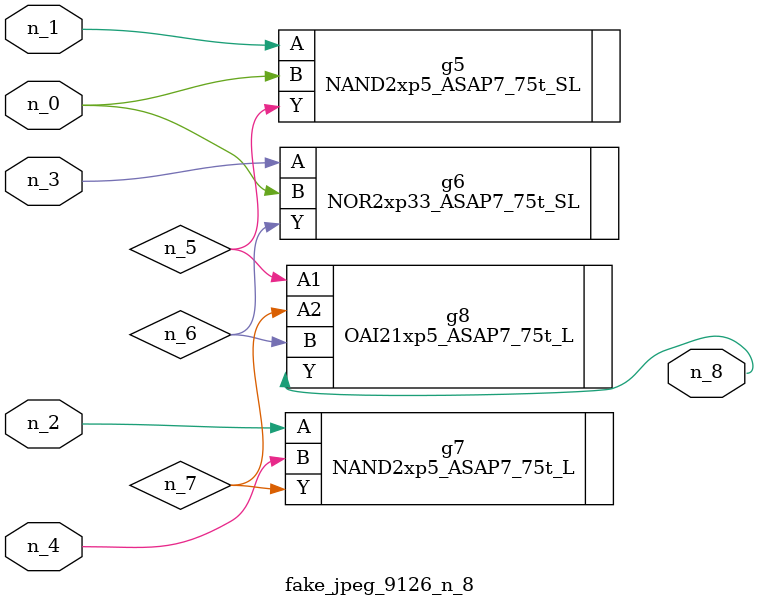
<source format=v>
module fake_jpeg_9126_n_8 (n_3, n_2, n_1, n_0, n_4, n_8);

input n_3;
input n_2;
input n_1;
input n_0;
input n_4;

output n_8;

wire n_6;
wire n_5;
wire n_7;

NAND2xp5_ASAP7_75t_SL g5 ( 
.A(n_1),
.B(n_0),
.Y(n_5)
);

NOR2xp33_ASAP7_75t_SL g6 ( 
.A(n_3),
.B(n_0),
.Y(n_6)
);

NAND2xp5_ASAP7_75t_L g7 ( 
.A(n_2),
.B(n_4),
.Y(n_7)
);

OAI21xp5_ASAP7_75t_L g8 ( 
.A1(n_5),
.A2(n_7),
.B(n_6),
.Y(n_8)
);


endmodule
</source>
